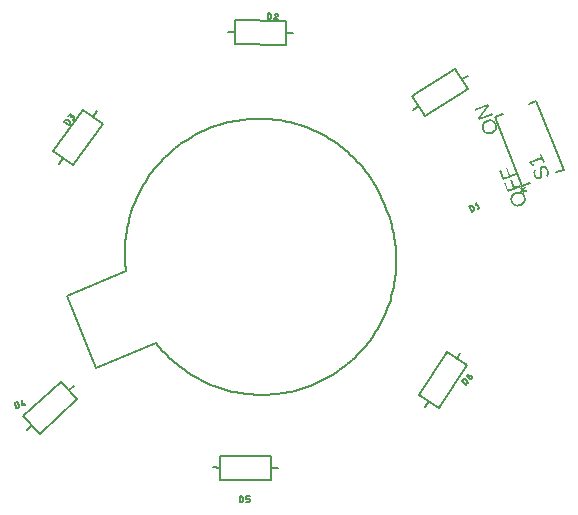
<source format=gbr>
G04 EAGLE Gerber RS-274X export*
G75*
%MOMM*%
%FSLAX34Y34*%
%LPD*%
%INSilkscreen Top*%
%IPPOS*%
%AMOC8*
5,1,8,0,0,1.08239X$1,22.5*%
G01*
G04 Define Apertures*
%ADD10C,0.127000*%
%ADD11C,0.152400*%
G36*
X222363Y54075D02*
X222373Y56594D01*
X219993Y55539D01*
X219555Y56647D01*
X221999Y57492D01*
X220309Y59310D01*
X221239Y60102D01*
X222742Y58041D01*
X224182Y60353D01*
X225152Y59616D01*
X223534Y57563D01*
X226122Y57118D01*
X225920Y55917D01*
X223291Y56656D01*
X223599Y54141D01*
X222363Y54075D01*
G37*
G36*
X193378Y104523D02*
X193079Y104534D01*
X192784Y104560D01*
X192494Y104602D01*
X191929Y104732D01*
X191383Y104924D01*
X190863Y105175D01*
X190615Y105322D01*
X190377Y105483D01*
X190146Y105657D01*
X189924Y105846D01*
X189711Y106049D01*
X189506Y106265D01*
X189309Y106496D01*
X189121Y106741D01*
X188942Y107000D01*
X188771Y107272D01*
X188608Y107559D01*
X188454Y107860D01*
X188308Y108175D01*
X188171Y108504D01*
X188011Y108939D01*
X187879Y109368D01*
X187775Y109791D01*
X187698Y110208D01*
X187648Y110619D01*
X187626Y111024D01*
X187632Y111424D01*
X187665Y111817D01*
X187725Y112202D01*
X187812Y112576D01*
X187927Y112939D01*
X188069Y113290D01*
X188238Y113631D01*
X188435Y113960D01*
X188659Y114278D01*
X188910Y114585D01*
X189186Y114879D01*
X189485Y115157D01*
X189809Y115420D01*
X190155Y115668D01*
X190525Y115901D01*
X190918Y116118D01*
X191335Y116320D01*
X191776Y116506D01*
X192223Y116671D01*
X192664Y116808D01*
X193101Y116919D01*
X193531Y117003D01*
X193957Y117059D01*
X194376Y117088D01*
X194791Y117091D01*
X195200Y117066D01*
X195599Y117015D01*
X195987Y116937D01*
X196363Y116832D01*
X196726Y116701D01*
X197078Y116544D01*
X197417Y116360D01*
X197743Y116150D01*
X198058Y115913D01*
X198358Y115652D01*
X198641Y115367D01*
X198908Y115058D01*
X199157Y114726D01*
X199389Y114370D01*
X199605Y113991D01*
X199804Y113589D01*
X199985Y113163D01*
X200146Y112724D01*
X200278Y112292D01*
X200382Y111866D01*
X200458Y111446D01*
X200505Y111032D01*
X200524Y110625D01*
X200514Y110224D01*
X200476Y109829D01*
X200410Y109443D01*
X200317Y109068D01*
X200196Y108704D01*
X200048Y108351D01*
X199872Y108010D01*
X199668Y107679D01*
X199437Y107359D01*
X199179Y107050D01*
X198896Y106755D01*
X198590Y106475D01*
X198262Y106211D01*
X197911Y105962D01*
X197538Y105728D01*
X197142Y105511D01*
X196724Y105308D01*
X196283Y105122D01*
X195941Y104993D01*
X195604Y104880D01*
X195272Y104783D01*
X194945Y104701D01*
X194622Y104634D01*
X194304Y104583D01*
X193990Y104548D01*
X193682Y104527D01*
X193378Y104523D01*
G37*
%LPC*%
G36*
X193152Y106195D02*
X193619Y106205D01*
X194103Y106261D01*
X194604Y106362D01*
X195122Y106509D01*
X195658Y106702D01*
X196176Y106927D01*
X196654Y107175D01*
X197090Y107446D01*
X197485Y107739D01*
X197839Y108056D01*
X198151Y108396D01*
X198422Y108759D01*
X198651Y109144D01*
X198835Y109547D01*
X198969Y109960D01*
X199053Y110384D01*
X199087Y110818D01*
X199071Y111264D01*
X199005Y111719D01*
X198889Y112186D01*
X198723Y112663D01*
X198513Y113138D01*
X198276Y113568D01*
X198012Y113955D01*
X197722Y114298D01*
X197404Y114596D01*
X197060Y114851D01*
X196688Y115061D01*
X196290Y115227D01*
X195869Y115349D01*
X195430Y115425D01*
X194972Y115455D01*
X194495Y115439D01*
X194000Y115377D01*
X193487Y115270D01*
X192955Y115117D01*
X192404Y114918D01*
X191890Y114695D01*
X191417Y114450D01*
X190987Y114183D01*
X190599Y113894D01*
X190252Y113582D01*
X189948Y113249D01*
X189685Y112893D01*
X189465Y112516D01*
X189290Y112121D01*
X189164Y111714D01*
X189088Y111294D01*
X189060Y110861D01*
X189082Y110416D01*
X189153Y109959D01*
X189272Y109489D01*
X189441Y109007D01*
X189650Y108536D01*
X189885Y108107D01*
X190146Y107722D01*
X190434Y107379D01*
X190749Y107080D01*
X191090Y106823D01*
X191458Y106609D01*
X191852Y106438D01*
X192269Y106312D01*
X192702Y106231D01*
X193152Y106195D01*
G37*
%LPD*%
G36*
X185239Y116408D02*
X184523Y118216D01*
X191904Y128316D01*
X190557Y127698D01*
X189630Y127303D01*
X182105Y124324D01*
X181551Y125724D01*
X193025Y130267D01*
X193766Y128394D01*
X186425Y118385D01*
X187199Y118738D01*
X188543Y119318D01*
X196165Y122335D01*
X196713Y120951D01*
X185239Y116408D01*
G37*
G36*
X217595Y43357D02*
X217296Y43367D01*
X217002Y43394D01*
X216712Y43436D01*
X216147Y43566D01*
X215600Y43758D01*
X215080Y44009D01*
X214833Y44156D01*
X214594Y44316D01*
X214364Y44491D01*
X214142Y44680D01*
X213928Y44882D01*
X213723Y45099D01*
X213527Y45330D01*
X213339Y45575D01*
X213159Y45833D01*
X212988Y46106D01*
X212825Y46393D01*
X212671Y46694D01*
X212526Y47009D01*
X212388Y47338D01*
X212229Y47772D01*
X212097Y48201D01*
X211992Y48624D01*
X211915Y49041D01*
X211866Y49453D01*
X211844Y49858D01*
X211849Y50257D01*
X211882Y50651D01*
X211942Y51036D01*
X212030Y51410D01*
X212145Y51772D01*
X212287Y52124D01*
X212456Y52464D01*
X212652Y52794D01*
X212876Y53112D01*
X213127Y53419D01*
X213403Y53712D01*
X213703Y53991D01*
X214026Y54254D01*
X214373Y54502D01*
X214743Y54734D01*
X215136Y54952D01*
X215553Y55153D01*
X215993Y55340D01*
X216440Y55505D01*
X216882Y55642D01*
X217318Y55753D01*
X217749Y55836D01*
X218174Y55893D01*
X218594Y55922D01*
X219008Y55924D01*
X219417Y55900D01*
X219817Y55848D01*
X220205Y55770D01*
X220580Y55666D01*
X220944Y55535D01*
X221295Y55378D01*
X221634Y55194D01*
X221961Y54984D01*
X222275Y54747D01*
X222576Y54485D01*
X222859Y54200D01*
X223125Y53892D01*
X223374Y53560D01*
X223607Y53204D01*
X223822Y52825D01*
X224021Y52422D01*
X224203Y51996D01*
X224364Y51558D01*
X224496Y51125D01*
X224600Y50699D01*
X224675Y50280D01*
X224723Y49866D01*
X224741Y49459D01*
X224732Y49058D01*
X224694Y48663D01*
X224628Y48277D01*
X224534Y47902D01*
X224413Y47538D01*
X224265Y47185D01*
X224089Y46843D01*
X223886Y46512D01*
X223655Y46193D01*
X223397Y45884D01*
X223113Y45589D01*
X222807Y45309D01*
X222479Y45044D01*
X222128Y44795D01*
X221755Y44562D01*
X221359Y44344D01*
X220941Y44142D01*
X220500Y43955D01*
X220159Y43827D01*
X219822Y43714D01*
X219490Y43616D01*
X219162Y43534D01*
X218839Y43468D01*
X218521Y43417D01*
X218208Y43381D01*
X217899Y43361D01*
X217595Y43357D01*
G37*
%LPC*%
G36*
X217369Y45029D02*
X217837Y45039D01*
X218321Y45095D01*
X218822Y45196D01*
X219340Y45343D01*
X219875Y45535D01*
X220394Y45760D01*
X220871Y46008D01*
X221308Y46279D01*
X221702Y46573D01*
X222056Y46890D01*
X222368Y47230D01*
X222639Y47593D01*
X222869Y47978D01*
X223053Y48381D01*
X223187Y48794D01*
X223271Y49218D01*
X223305Y49652D01*
X223289Y50097D01*
X223223Y50553D01*
X223107Y51020D01*
X222941Y51497D01*
X222730Y51971D01*
X222494Y52402D01*
X222230Y52789D01*
X221939Y53131D01*
X221621Y53430D01*
X221277Y53684D01*
X220906Y53895D01*
X220508Y54061D01*
X220087Y54183D01*
X219647Y54258D01*
X219189Y54288D01*
X218713Y54273D01*
X218218Y54211D01*
X217704Y54104D01*
X217172Y53951D01*
X216622Y53752D01*
X216107Y53529D01*
X215635Y53284D01*
X215204Y53017D01*
X214816Y52727D01*
X214470Y52416D01*
X214165Y52083D01*
X213903Y51727D01*
X213682Y51350D01*
X213508Y50955D01*
X213382Y50547D01*
X213305Y50127D01*
X213278Y49695D01*
X213299Y49250D01*
X213370Y48793D01*
X213490Y48323D01*
X213659Y47841D01*
X213867Y47369D01*
X214102Y46941D01*
X214364Y46556D01*
X214652Y46213D01*
X214966Y45914D01*
X215308Y45657D01*
X215675Y45443D01*
X216070Y45272D01*
X216486Y45145D01*
X216919Y45064D01*
X217369Y45029D01*
G37*
%LPD*%
G36*
X205419Y65440D02*
X202191Y73592D01*
X203462Y74095D01*
X206073Y67499D01*
X210341Y69188D01*
X207806Y75589D01*
X209093Y76098D01*
X211627Y69698D01*
X216277Y71539D01*
X216893Y69983D01*
X205419Y65440D01*
G37*
G36*
X209457Y55242D02*
X206229Y63393D01*
X207500Y63896D01*
X210111Y57300D01*
X214378Y58990D01*
X211844Y65391D01*
X213131Y65900D01*
X215665Y59499D01*
X220315Y61340D01*
X220931Y59785D01*
X209457Y55242D01*
G37*
G36*
X235673Y66302D02*
X235330Y66309D01*
X234994Y66359D01*
X234665Y66453D01*
X234343Y66591D01*
X234028Y66772D01*
X233723Y66995D01*
X233432Y67259D01*
X233153Y67562D01*
X232887Y67906D01*
X232634Y68290D01*
X232393Y68715D01*
X232166Y69180D01*
X231952Y69685D01*
X231773Y70163D01*
X231625Y70619D01*
X231507Y71055D01*
X231419Y71469D01*
X231360Y71861D01*
X231333Y72232D01*
X231335Y72582D01*
X231367Y72911D01*
X231431Y73224D01*
X231529Y73528D01*
X231662Y73824D01*
X231828Y74110D01*
X232028Y74388D01*
X232262Y74657D01*
X232531Y74917D01*
X232833Y75168D01*
X233708Y73743D01*
X233515Y73586D01*
X233344Y73420D01*
X233195Y73247D01*
X233066Y73065D01*
X232959Y72876D01*
X232873Y72678D01*
X232808Y72472D01*
X232765Y72258D01*
X232742Y72035D01*
X232739Y71799D01*
X232755Y71551D01*
X232791Y71291D01*
X232847Y71020D01*
X232922Y70736D01*
X233016Y70440D01*
X233131Y70133D01*
X233270Y69802D01*
X233416Y69497D01*
X233567Y69218D01*
X233725Y68965D01*
X233889Y68738D01*
X234059Y68537D01*
X234236Y68362D01*
X234419Y68212D01*
X234607Y68091D01*
X234800Y67997D01*
X234998Y67931D01*
X235202Y67894D01*
X235410Y67885D01*
X235624Y67904D01*
X235842Y67951D01*
X236066Y68026D01*
X236312Y68144D01*
X236521Y68288D01*
X236694Y68458D01*
X236830Y68654D01*
X236934Y68876D01*
X237014Y69123D01*
X237067Y69397D01*
X237095Y69696D01*
X237091Y70077D01*
X237049Y70594D01*
X236969Y71248D01*
X236851Y72039D01*
X236681Y73192D01*
X236616Y73761D01*
X236585Y74317D01*
X236591Y74858D01*
X236639Y75380D01*
X236684Y75632D01*
X236747Y75876D01*
X236829Y76111D01*
X236929Y76337D01*
X237050Y76554D01*
X237192Y76761D01*
X237357Y76956D01*
X237543Y77141D01*
X237755Y77314D01*
X237996Y77472D01*
X238266Y77617D01*
X238565Y77748D01*
X238959Y77882D01*
X239345Y77967D01*
X239725Y78005D01*
X240097Y77996D01*
X240462Y77938D01*
X240821Y77833D01*
X241172Y77681D01*
X241516Y77480D01*
X241850Y77235D01*
X242169Y76947D01*
X242473Y76616D01*
X242762Y76244D01*
X243037Y75828D01*
X243297Y75370D01*
X243542Y74870D01*
X243773Y74327D01*
X243963Y73813D01*
X244120Y73316D01*
X244244Y72838D01*
X244333Y72379D01*
X244389Y71938D01*
X244412Y71516D01*
X244400Y71112D01*
X244355Y70727D01*
X244276Y70360D01*
X244164Y70012D01*
X244018Y69682D01*
X243838Y69371D01*
X243625Y69078D01*
X243377Y68804D01*
X243097Y68549D01*
X242782Y68312D01*
X241884Y69699D01*
X242105Y69872D01*
X242301Y70057D01*
X242473Y70253D01*
X242620Y70461D01*
X242743Y70680D01*
X242841Y70911D01*
X242915Y71154D01*
X242965Y71408D01*
X242990Y71674D01*
X242994Y71953D01*
X242974Y72246D01*
X242932Y72551D01*
X242867Y72870D01*
X242780Y73201D01*
X242670Y73546D01*
X242537Y73904D01*
X242384Y74267D01*
X242223Y74602D01*
X242055Y74908D01*
X241879Y75187D01*
X241695Y75439D01*
X241504Y75662D01*
X241305Y75857D01*
X241099Y76024D01*
X240886Y76162D01*
X240668Y76268D01*
X240446Y76343D01*
X240218Y76385D01*
X239985Y76397D01*
X239747Y76377D01*
X239504Y76325D01*
X239256Y76241D01*
X238995Y76119D01*
X238773Y75976D01*
X238590Y75811D01*
X238446Y75624D01*
X238334Y75416D01*
X238248Y75189D01*
X238188Y74941D01*
X238153Y74674D01*
X238140Y74388D01*
X238145Y74082D01*
X238168Y73758D01*
X238209Y73415D01*
X238439Y71858D01*
X238541Y71159D01*
X238611Y70542D01*
X238649Y70008D01*
X238654Y69555D01*
X238631Y69160D01*
X238585Y68799D01*
X238515Y68471D01*
X238422Y68177D01*
X238305Y67909D01*
X238162Y67659D01*
X237994Y67426D01*
X237801Y67211D01*
X237581Y67015D01*
X237332Y66838D01*
X237054Y66681D01*
X236747Y66544D01*
X236382Y66420D01*
X236024Y66339D01*
X235673Y66302D01*
G37*
G36*
X231184Y77572D02*
X228245Y79545D01*
X227710Y80897D01*
X237938Y84947D01*
X236833Y87740D01*
X238078Y88233D01*
X240925Y81043D01*
X239680Y80549D01*
X238522Y83473D01*
X229694Y79978D01*
X232568Y78120D01*
X231184Y77572D01*
G37*
D10*
X-88270Y-72303D02*
X-86525Y-74482D01*
X-84726Y-76618D01*
X-82876Y-78708D01*
X-80975Y-80753D01*
X-79024Y-82750D01*
X-77025Y-84699D01*
X-74978Y-86599D01*
X-72886Y-88447D01*
X-70749Y-90244D01*
X-68569Y-91988D01*
X-66346Y-93678D01*
X-64083Y-95312D01*
X-61780Y-96891D01*
X-59440Y-98413D01*
X-57062Y-99877D01*
X-54650Y-101283D01*
X-52204Y-102628D01*
X-49725Y-103914D01*
X-47216Y-105138D01*
X-44678Y-106300D01*
X-42111Y-107400D01*
X-39519Y-108436D01*
X-36902Y-109408D01*
X-34262Y-110317D01*
X-31600Y-111160D01*
X-28918Y-111937D01*
X-26219Y-112649D01*
X-23502Y-113294D01*
X-20771Y-113872D01*
X-18026Y-114383D01*
X-15270Y-114827D01*
X-12503Y-115203D01*
X-9728Y-115511D01*
X-6947Y-115751D01*
X-4160Y-115922D01*
X-1370Y-116025D01*
X1422Y-116060D01*
X4214Y-116026D01*
X7004Y-115924D01*
X9790Y-115753D01*
X12572Y-115515D01*
X15347Y-115208D01*
X18114Y-114833D01*
X20870Y-114390D01*
X23615Y-113880D01*
X26347Y-113302D01*
X29063Y-112658D01*
X31763Y-111948D01*
X34445Y-111171D01*
X37107Y-110329D01*
X39748Y-109422D01*
X42365Y-108451D01*
X44958Y-107415D01*
X47525Y-106316D01*
X50064Y-105155D01*
X52573Y-103932D01*
X55052Y-102647D01*
X57499Y-101302D01*
X59912Y-99898D01*
X62290Y-98435D01*
X64631Y-96914D01*
X66934Y-95336D01*
X69198Y-93702D01*
X71421Y-92013D01*
X73602Y-90270D01*
X75740Y-88474D01*
X77833Y-86626D01*
X79879Y-84727D01*
X81879Y-82779D01*
X83831Y-80782D01*
X85733Y-78738D01*
X87584Y-76648D01*
X89383Y-74513D01*
X91130Y-72335D01*
X92822Y-70115D01*
X94460Y-67853D01*
X96041Y-65553D01*
X97566Y-63214D01*
X99033Y-60838D01*
X100441Y-58428D01*
X101790Y-55983D01*
X103078Y-53506D01*
X104305Y-50998D01*
X105471Y-48461D01*
X106574Y-45896D01*
X107613Y-43305D01*
X108589Y-40689D01*
X109500Y-38050D01*
X110346Y-35390D01*
X111127Y-32709D01*
X111842Y-30010D01*
X112490Y-27294D01*
X113072Y-24564D01*
X113586Y-21820D01*
X114033Y-19064D01*
X114413Y-16298D01*
X114724Y-13523D01*
X114967Y-10742D01*
X115142Y-7955D01*
X115249Y-5165D01*
X115287Y-2374D01*
X115257Y418D01*
X115158Y3208D01*
X114991Y5995D01*
X114755Y8777D01*
X114451Y11552D01*
X114080Y14320D01*
X113641Y17077D01*
X113134Y19822D01*
X112560Y22555D01*
X111919Y25272D01*
X111212Y27973D01*
X110438Y30656D01*
X109600Y33319D01*
X108696Y35960D01*
X107727Y38579D01*
X106695Y41173D01*
X105599Y43741D01*
X105600Y43741D02*
X104592Y46340D01*
X103520Y48913D01*
X102386Y51460D01*
X101189Y53978D01*
X99931Y56465D01*
X98613Y58922D01*
X97235Y61345D01*
X95797Y63733D01*
X94302Y66086D01*
X92749Y68401D01*
X91140Y70677D01*
X89476Y72914D01*
X87758Y75109D01*
X85986Y77261D01*
X84162Y79369D01*
X82286Y81431D01*
X80361Y83447D01*
X78387Y85415D01*
X76365Y87335D01*
X74297Y89204D01*
X72183Y91021D01*
X70026Y92787D01*
X67826Y94499D01*
X65585Y96156D01*
X63303Y97758D01*
X60984Y99304D01*
X58626Y100792D01*
X56234Y102222D01*
X53806Y103593D01*
X51346Y104904D01*
X48855Y106155D01*
X46333Y107343D01*
X43783Y108470D01*
X41207Y109534D01*
X38605Y110534D01*
X35979Y111470D01*
X33331Y112342D01*
X30663Y113148D01*
X27975Y113889D01*
X25270Y114563D01*
X22550Y115171D01*
X19815Y115713D01*
X17068Y116187D01*
X14310Y116593D01*
X11543Y116932D01*
X8769Y117202D01*
X5989Y117405D01*
X3204Y117539D01*
X417Y117606D01*
X-2370Y117603D01*
X-5157Y117533D01*
X-7941Y117394D01*
X-10721Y117187D01*
X-13495Y116911D01*
X-16261Y116568D01*
X-19019Y116157D01*
X-21765Y115679D01*
X-24499Y115133D01*
X-27218Y114521D01*
X-29922Y113842D01*
X-32608Y113097D01*
X-35275Y112286D01*
X-37922Y111410D01*
X-40546Y110470D01*
X-43146Y109465D01*
X-45721Y108397D01*
X-48269Y107267D01*
X-50789Y106074D01*
X-53278Y104819D01*
X-55736Y103504D01*
X-58161Y102129D01*
X-60552Y100695D01*
X-62906Y99203D01*
X-65224Y97654D01*
X-67503Y96048D01*
X-69741Y94387D01*
X-71938Y92671D01*
X-74093Y90903D01*
X-76203Y89081D01*
X-78269Y87209D01*
X-80287Y85286D01*
X-82258Y83315D01*
X-84180Y81296D01*
X-86052Y79230D01*
X-87873Y77119D01*
X-89641Y74964D01*
X-91356Y72767D01*
X-93017Y70528D01*
X-94622Y68249D01*
X-96171Y65931D01*
X-97662Y63576D01*
X-99096Y61185D01*
X-100470Y58760D01*
X-101785Y56301D01*
X-103038Y53812D01*
X-104231Y51292D01*
X-105361Y48744D01*
X-106428Y46168D01*
X-107432Y43568D01*
X-108372Y40943D01*
X-109247Y38297D01*
X-110057Y35629D01*
X-110802Y32943D01*
X-111480Y30239D01*
X-112092Y27519D01*
X-112637Y24786D01*
X-113115Y22039D01*
X-113525Y19282D01*
X-113867Y16515D01*
X-114142Y13741D01*
X-114348Y10961D01*
X-114487Y8177D01*
X-114557Y5390D01*
X-114558Y2603D01*
X-114491Y-184D01*
X-114356Y-2968D01*
X-114153Y-5749D01*
X-113882Y-8523D01*
X-113542Y-11290D01*
X-163988Y-32207D01*
X-138731Y-93183D01*
X-88270Y-72303D01*
X176777Y43422D02*
X178930Y39103D01*
X176777Y43422D02*
X177977Y44020D01*
X177977Y44021D02*
X178040Y44051D01*
X178105Y44077D01*
X178172Y44100D01*
X178239Y44119D01*
X178308Y44135D01*
X178377Y44147D01*
X178446Y44156D01*
X178517Y44161D01*
X178587Y44162D01*
X178657Y44159D01*
X178727Y44153D01*
X178796Y44144D01*
X178865Y44130D01*
X178933Y44113D01*
X179001Y44093D01*
X179066Y44069D01*
X179131Y44041D01*
X179194Y44010D01*
X179256Y43976D01*
X179315Y43939D01*
X179373Y43899D01*
X179428Y43856D01*
X179481Y43810D01*
X179531Y43761D01*
X179579Y43710D01*
X179624Y43656D01*
X179667Y43600D01*
X179706Y43541D01*
X179742Y43481D01*
X179775Y43419D01*
X179774Y43419D02*
X180731Y41499D01*
X180732Y41499D02*
X180762Y41436D01*
X180788Y41371D01*
X180811Y41304D01*
X180830Y41237D01*
X180846Y41168D01*
X180858Y41099D01*
X180867Y41030D01*
X180872Y40959D01*
X180873Y40889D01*
X180870Y40819D01*
X180864Y40749D01*
X180855Y40680D01*
X180841Y40611D01*
X180824Y40543D01*
X180804Y40475D01*
X180780Y40410D01*
X180752Y40345D01*
X180721Y40282D01*
X180687Y40220D01*
X180650Y40161D01*
X180610Y40103D01*
X180567Y40048D01*
X180521Y39995D01*
X180472Y39945D01*
X180421Y39897D01*
X180367Y39852D01*
X180311Y39809D01*
X180252Y39770D01*
X180192Y39734D01*
X180130Y39701D01*
X178930Y39103D01*
X182329Y44992D02*
X183050Y46550D01*
X185203Y42231D01*
X184004Y41633D02*
X186403Y42829D01*
X6334Y202224D02*
X6603Y207043D01*
X7941Y206968D01*
X7942Y206969D02*
X8014Y206963D01*
X8086Y206953D01*
X8157Y206939D01*
X8228Y206922D01*
X8297Y206900D01*
X8365Y206875D01*
X8432Y206846D01*
X8497Y206814D01*
X8560Y206778D01*
X8621Y206739D01*
X8680Y206696D01*
X8737Y206651D01*
X8791Y206602D01*
X8842Y206551D01*
X8891Y206496D01*
X8936Y206440D01*
X8978Y206381D01*
X9017Y206319D01*
X9053Y206256D01*
X9085Y206191D01*
X9114Y206124D01*
X9139Y206056D01*
X9160Y205987D01*
X9177Y205916D01*
X9191Y205845D01*
X9200Y205773D01*
X9206Y205700D01*
X9208Y205628D01*
X9206Y205555D01*
X9205Y205555D02*
X9085Y203413D01*
X9086Y203413D02*
X9080Y203341D01*
X9070Y203269D01*
X9056Y203198D01*
X9039Y203127D01*
X9017Y203058D01*
X8992Y202990D01*
X8963Y202923D01*
X8931Y202858D01*
X8895Y202795D01*
X8856Y202734D01*
X8813Y202675D01*
X8768Y202618D01*
X8719Y202564D01*
X8668Y202513D01*
X8613Y202464D01*
X8557Y202419D01*
X8498Y202377D01*
X8436Y202338D01*
X8373Y202302D01*
X8308Y202270D01*
X8241Y202241D01*
X8173Y202216D01*
X8104Y202195D01*
X8033Y202178D01*
X7962Y202164D01*
X7890Y202155D01*
X7817Y202149D01*
X7745Y202147D01*
X7672Y202149D01*
X7672Y202150D02*
X6334Y202224D01*
X13735Y206644D02*
X13803Y206638D01*
X13870Y206629D01*
X13936Y206616D01*
X14002Y206599D01*
X14066Y206578D01*
X14130Y206554D01*
X14191Y206527D01*
X14252Y206496D01*
X14310Y206461D01*
X14366Y206424D01*
X14420Y206383D01*
X14472Y206339D01*
X14521Y206293D01*
X14568Y206243D01*
X14611Y206192D01*
X14652Y206138D01*
X14690Y206081D01*
X14724Y206023D01*
X14755Y205963D01*
X14783Y205901D01*
X14807Y205838D01*
X14828Y205773D01*
X14845Y205708D01*
X14858Y205641D01*
X14867Y205574D01*
X14873Y205507D01*
X14875Y205439D01*
X14873Y205372D01*
X13736Y206645D02*
X13658Y206647D01*
X13580Y206645D01*
X13502Y206640D01*
X13425Y206631D01*
X13348Y206617D01*
X13272Y206600D01*
X13196Y206579D01*
X13123Y206555D01*
X13050Y206527D01*
X12979Y206495D01*
X12909Y206459D01*
X12842Y206420D01*
X12776Y206378D01*
X12713Y206332D01*
X12652Y206284D01*
X12594Y206232D01*
X12538Y206178D01*
X12485Y206120D01*
X12435Y206061D01*
X12388Y205998D01*
X12344Y205934D01*
X12304Y205867D01*
X12267Y205798D01*
X12233Y205728D01*
X12203Y205656D01*
X14419Y204457D02*
X14471Y204504D01*
X14521Y204553D01*
X14567Y204606D01*
X14611Y204660D01*
X14652Y204717D01*
X14689Y204776D01*
X14724Y204837D01*
X14755Y204899D01*
X14783Y204964D01*
X14807Y205029D01*
X14827Y205096D01*
X14844Y205164D01*
X14858Y205233D01*
X14867Y205302D01*
X14873Y205372D01*
X14419Y204458D02*
X11994Y201908D01*
X14671Y201758D01*
X-161998Y112221D02*
X-165807Y115185D01*
X-164983Y116243D01*
X-164983Y116244D02*
X-164937Y116300D01*
X-164888Y116353D01*
X-164836Y116404D01*
X-164781Y116452D01*
X-164724Y116497D01*
X-164665Y116538D01*
X-164603Y116577D01*
X-164539Y116612D01*
X-164474Y116643D01*
X-164407Y116671D01*
X-164339Y116696D01*
X-164269Y116716D01*
X-164198Y116733D01*
X-164127Y116746D01*
X-164055Y116755D01*
X-163982Y116760D01*
X-163910Y116761D01*
X-163837Y116758D01*
X-163765Y116751D01*
X-163693Y116741D01*
X-163622Y116726D01*
X-163551Y116708D01*
X-163482Y116686D01*
X-163414Y116660D01*
X-163348Y116631D01*
X-163283Y116598D01*
X-163221Y116561D01*
X-163160Y116521D01*
X-163101Y116478D01*
X-163102Y116478D02*
X-161409Y115160D01*
X-161355Y115116D01*
X-161303Y115068D01*
X-161254Y115018D01*
X-161207Y114966D01*
X-161163Y114911D01*
X-161123Y114854D01*
X-161085Y114795D01*
X-161050Y114734D01*
X-161019Y114671D01*
X-160991Y114606D01*
X-160966Y114541D01*
X-160945Y114474D01*
X-160927Y114406D01*
X-160913Y114337D01*
X-160902Y114268D01*
X-160895Y114198D01*
X-160892Y114128D01*
X-160893Y114058D01*
X-160897Y113987D01*
X-160905Y113918D01*
X-160916Y113848D01*
X-160931Y113780D01*
X-160950Y113712D01*
X-160972Y113646D01*
X-160998Y113580D01*
X-161027Y113516D01*
X-161059Y113454D01*
X-161095Y113393D01*
X-161133Y113335D01*
X-161175Y113278D01*
X-161175Y113279D02*
X-161998Y112221D01*
X-158516Y116694D02*
X-157692Y117752D01*
X-157649Y117810D01*
X-157610Y117869D01*
X-157574Y117931D01*
X-157542Y117995D01*
X-157512Y118060D01*
X-157487Y118126D01*
X-157465Y118194D01*
X-157446Y118263D01*
X-157431Y118333D01*
X-157420Y118403D01*
X-157413Y118475D01*
X-157409Y118546D01*
X-157410Y118617D01*
X-157414Y118688D01*
X-157422Y118759D01*
X-157433Y118830D01*
X-157449Y118900D01*
X-157468Y118968D01*
X-157490Y119036D01*
X-157517Y119102D01*
X-157546Y119167D01*
X-157580Y119231D01*
X-157616Y119292D01*
X-157656Y119351D01*
X-157699Y119408D01*
X-157744Y119463D01*
X-157793Y119515D01*
X-157844Y119565D01*
X-157898Y119612D01*
X-157955Y119656D01*
X-158013Y119697D01*
X-158074Y119734D01*
X-158137Y119768D01*
X-158201Y119799D01*
X-158267Y119827D01*
X-158334Y119851D01*
X-158403Y119871D01*
X-158472Y119888D01*
X-158542Y119901D01*
X-158613Y119910D01*
X-158684Y119915D01*
X-158756Y119917D01*
X-158827Y119915D01*
X-158898Y119909D01*
X-158969Y119899D01*
X-159039Y119886D01*
X-159108Y119868D01*
X-159176Y119847D01*
X-159243Y119823D01*
X-159309Y119795D01*
X-159373Y119763D01*
X-159436Y119729D01*
X-159496Y119690D01*
X-159554Y119649D01*
X-159610Y119605D01*
X-159664Y119558D01*
X-159715Y119508D01*
X-159763Y119455D01*
X-159808Y119400D01*
X-161336Y120928D02*
X-162324Y119659D01*
X-161337Y120928D02*
X-161295Y120978D01*
X-161251Y121025D01*
X-161204Y121070D01*
X-161154Y121112D01*
X-161102Y121150D01*
X-161048Y121186D01*
X-160992Y121218D01*
X-160933Y121246D01*
X-160874Y121271D01*
X-160812Y121292D01*
X-160750Y121310D01*
X-160687Y121324D01*
X-160623Y121334D01*
X-160558Y121340D01*
X-160493Y121342D01*
X-160429Y121340D01*
X-160364Y121335D01*
X-160300Y121325D01*
X-160236Y121312D01*
X-160174Y121294D01*
X-160113Y121273D01*
X-160053Y121249D01*
X-159994Y121221D01*
X-159938Y121189D01*
X-159883Y121154D01*
X-159831Y121116D01*
X-159781Y121074D01*
X-159734Y121030D01*
X-159689Y120983D01*
X-159647Y120933D01*
X-159609Y120881D01*
X-159573Y120827D01*
X-159541Y120771D01*
X-159513Y120712D01*
X-159488Y120653D01*
X-159467Y120591D01*
X-159449Y120529D01*
X-159435Y120466D01*
X-159425Y120402D01*
X-159419Y120337D01*
X-159417Y120272D01*
X-159419Y120208D01*
X-159424Y120143D01*
X-159434Y120079D01*
X-159447Y120015D01*
X-159465Y119953D01*
X-159486Y119892D01*
X-159510Y119832D01*
X-159538Y119773D01*
X-159570Y119717D01*
X-159605Y119662D01*
X-159643Y119610D01*
X-159643Y119611D02*
X-160302Y118764D01*
X-208009Y-122789D02*
X-206358Y-127324D01*
X-208009Y-122789D02*
X-206749Y-122330D01*
X-206680Y-122307D01*
X-206610Y-122288D01*
X-206539Y-122272D01*
X-206467Y-122261D01*
X-206395Y-122253D01*
X-206322Y-122249D01*
X-206250Y-122250D01*
X-206177Y-122254D01*
X-206105Y-122262D01*
X-206033Y-122274D01*
X-205962Y-122290D01*
X-205893Y-122309D01*
X-205824Y-122333D01*
X-205756Y-122360D01*
X-205691Y-122390D01*
X-205627Y-122425D01*
X-205564Y-122462D01*
X-205504Y-122503D01*
X-205447Y-122547D01*
X-205391Y-122595D01*
X-205339Y-122645D01*
X-205289Y-122698D01*
X-205242Y-122753D01*
X-205199Y-122811D01*
X-205158Y-122871D01*
X-205121Y-122934D01*
X-205087Y-122998D01*
X-205057Y-123064D01*
X-205030Y-123131D01*
X-205031Y-123131D02*
X-204297Y-125147D01*
X-204297Y-125146D02*
X-204275Y-125213D01*
X-204256Y-125281D01*
X-204241Y-125349D01*
X-204229Y-125418D01*
X-204221Y-125488D01*
X-204217Y-125558D01*
X-204216Y-125628D01*
X-204219Y-125699D01*
X-204226Y-125768D01*
X-204236Y-125838D01*
X-204250Y-125907D01*
X-204268Y-125975D01*
X-204289Y-126042D01*
X-204314Y-126107D01*
X-204342Y-126172D01*
X-204373Y-126235D01*
X-204408Y-126296D01*
X-204445Y-126355D01*
X-204486Y-126412D01*
X-204530Y-126467D01*
X-204576Y-126520D01*
X-204625Y-126570D01*
X-204677Y-126617D01*
X-204731Y-126662D01*
X-204788Y-126704D01*
X-204846Y-126742D01*
X-204907Y-126778D01*
X-204969Y-126810D01*
X-205033Y-126839D01*
X-205098Y-126865D01*
X-206358Y-127324D01*
X-201397Y-124377D02*
X-201673Y-120483D01*
X-201397Y-124377D02*
X-198878Y-123460D01*
X-199267Y-124743D02*
X-200001Y-122727D01*
X-17356Y-201984D02*
X-17297Y-206810D01*
X-17356Y-201984D02*
X-16015Y-201968D01*
X-16015Y-201967D02*
X-15945Y-201968D01*
X-15875Y-201973D01*
X-15805Y-201981D01*
X-15736Y-201993D01*
X-15668Y-202009D01*
X-15600Y-202028D01*
X-15534Y-202050D01*
X-15469Y-202076D01*
X-15405Y-202106D01*
X-15343Y-202139D01*
X-15282Y-202175D01*
X-15224Y-202214D01*
X-15168Y-202256D01*
X-15114Y-202301D01*
X-15062Y-202348D01*
X-15013Y-202399D01*
X-14967Y-202451D01*
X-14924Y-202507D01*
X-14883Y-202564D01*
X-14846Y-202623D01*
X-14812Y-202685D01*
X-14781Y-202748D01*
X-14753Y-202812D01*
X-14729Y-202878D01*
X-14708Y-202945D01*
X-14691Y-203013D01*
X-14677Y-203082D01*
X-14667Y-203152D01*
X-14661Y-203222D01*
X-14658Y-203292D01*
X-14659Y-203292D02*
X-14632Y-205436D01*
X-14633Y-205437D02*
X-14634Y-205507D01*
X-14639Y-205577D01*
X-14647Y-205646D01*
X-14659Y-205716D01*
X-14675Y-205784D01*
X-14694Y-205852D01*
X-14716Y-205918D01*
X-14742Y-205983D01*
X-14772Y-206047D01*
X-14804Y-206109D01*
X-14840Y-206169D01*
X-14879Y-206227D01*
X-14921Y-206284D01*
X-14966Y-206337D01*
X-15014Y-206389D01*
X-15064Y-206438D01*
X-15117Y-206484D01*
X-15172Y-206527D01*
X-15230Y-206568D01*
X-15289Y-206605D01*
X-15350Y-206639D01*
X-15413Y-206670D01*
X-15478Y-206698D01*
X-15543Y-206722D01*
X-15610Y-206743D01*
X-15678Y-206760D01*
X-15747Y-206774D01*
X-15817Y-206784D01*
X-15887Y-206790D01*
X-15957Y-206793D01*
X-15956Y-206793D02*
X-17297Y-206810D01*
X-11628Y-206740D02*
X-10019Y-206721D01*
X-10020Y-206720D02*
X-9955Y-206717D01*
X-9891Y-206711D01*
X-9827Y-206700D01*
X-9764Y-206686D01*
X-9702Y-206667D01*
X-9641Y-206646D01*
X-9581Y-206620D01*
X-9523Y-206591D01*
X-9467Y-206559D01*
X-9413Y-206523D01*
X-9362Y-206484D01*
X-9312Y-206442D01*
X-9266Y-206397D01*
X-9222Y-206349D01*
X-9181Y-206299D01*
X-9143Y-206246D01*
X-9109Y-206191D01*
X-9078Y-206135D01*
X-9050Y-206076D01*
X-9026Y-206016D01*
X-9006Y-205954D01*
X-8989Y-205892D01*
X-8976Y-205828D01*
X-8967Y-205764D01*
X-8962Y-205700D01*
X-8961Y-205635D01*
X-8960Y-205635D02*
X-8967Y-205099D01*
X-8970Y-205034D01*
X-8976Y-204970D01*
X-8987Y-204906D01*
X-9001Y-204843D01*
X-9020Y-204781D01*
X-9041Y-204720D01*
X-9067Y-204660D01*
X-9096Y-204602D01*
X-9128Y-204546D01*
X-9164Y-204492D01*
X-9203Y-204441D01*
X-9245Y-204391D01*
X-9290Y-204345D01*
X-9338Y-204301D01*
X-9388Y-204260D01*
X-9441Y-204222D01*
X-9496Y-204188D01*
X-9552Y-204157D01*
X-9611Y-204129D01*
X-9671Y-204105D01*
X-9733Y-204085D01*
X-9795Y-204068D01*
X-9859Y-204055D01*
X-9923Y-204046D01*
X-9987Y-204041D01*
X-10052Y-204040D01*
X-11661Y-204059D01*
X-11687Y-201915D01*
X-9006Y-201882D01*
X170827Y-104209D02*
X174459Y-107387D01*
X170827Y-104209D02*
X171710Y-103200D01*
X171758Y-103148D01*
X171808Y-103099D01*
X171861Y-103053D01*
X171916Y-103009D01*
X171973Y-102969D01*
X172032Y-102931D01*
X172094Y-102897D01*
X172157Y-102866D01*
X172221Y-102838D01*
X172287Y-102814D01*
X172354Y-102793D01*
X172422Y-102775D01*
X172491Y-102762D01*
X172560Y-102751D01*
X172630Y-102745D01*
X172700Y-102742D01*
X172770Y-102743D01*
X172841Y-102748D01*
X172910Y-102756D01*
X172979Y-102768D01*
X173048Y-102783D01*
X173116Y-102802D01*
X173182Y-102824D01*
X173247Y-102850D01*
X173311Y-102880D01*
X173373Y-102912D01*
X173434Y-102948D01*
X173492Y-102987D01*
X173548Y-103029D01*
X173602Y-103074D01*
X175216Y-104487D01*
X175268Y-104535D01*
X175317Y-104585D01*
X175363Y-104638D01*
X175407Y-104693D01*
X175447Y-104750D01*
X175485Y-104809D01*
X175519Y-104871D01*
X175550Y-104934D01*
X175578Y-104998D01*
X175602Y-105064D01*
X175623Y-105131D01*
X175641Y-105199D01*
X175654Y-105268D01*
X175665Y-105337D01*
X175671Y-105407D01*
X175674Y-105477D01*
X175673Y-105548D01*
X175668Y-105618D01*
X175660Y-105687D01*
X175648Y-105757D01*
X175633Y-105825D01*
X175614Y-105893D01*
X175592Y-105959D01*
X175566Y-106024D01*
X175536Y-106088D01*
X175504Y-106150D01*
X175468Y-106211D01*
X175429Y-106269D01*
X175387Y-106325D01*
X175342Y-106379D01*
X175341Y-106379D02*
X174459Y-107387D01*
X176175Y-101356D02*
X177235Y-100145D01*
X177235Y-100146D02*
X177280Y-100098D01*
X177326Y-100054D01*
X177376Y-100012D01*
X177428Y-99973D01*
X177482Y-99938D01*
X177538Y-99906D01*
X177596Y-99877D01*
X177656Y-99852D01*
X177717Y-99830D01*
X177779Y-99813D01*
X177843Y-99799D01*
X177907Y-99789D01*
X177971Y-99782D01*
X178036Y-99780D01*
X178100Y-99782D01*
X178165Y-99787D01*
X178229Y-99796D01*
X178292Y-99810D01*
X178355Y-99827D01*
X178416Y-99847D01*
X178476Y-99872D01*
X178535Y-99900D01*
X178591Y-99931D01*
X178646Y-99966D01*
X178698Y-100004D01*
X178748Y-100045D01*
X178950Y-100222D01*
X178950Y-100221D02*
X179003Y-100269D01*
X179053Y-100321D01*
X179100Y-100374D01*
X179144Y-100431D01*
X179185Y-100489D01*
X179223Y-100549D01*
X179257Y-100612D01*
X179288Y-100676D01*
X179316Y-100742D01*
X179340Y-100809D01*
X179361Y-100877D01*
X179378Y-100947D01*
X179391Y-101017D01*
X179400Y-101088D01*
X179406Y-101159D01*
X179408Y-101230D01*
X179406Y-101302D01*
X179400Y-101373D01*
X179391Y-101444D01*
X179378Y-101514D01*
X179361Y-101583D01*
X179340Y-101651D01*
X179316Y-101719D01*
X179288Y-101784D01*
X179257Y-101849D01*
X179222Y-101911D01*
X179184Y-101972D01*
X179143Y-102030D01*
X179099Y-102086D01*
X179052Y-102140D01*
X179002Y-102191D01*
X178950Y-102239D01*
X178895Y-102285D01*
X178838Y-102328D01*
X178778Y-102367D01*
X178717Y-102403D01*
X178653Y-102436D01*
X178588Y-102466D01*
X178522Y-102492D01*
X178454Y-102514D01*
X178385Y-102533D01*
X178315Y-102548D01*
X178245Y-102559D01*
X178174Y-102567D01*
X178102Y-102571D01*
X178031Y-102571D01*
X177960Y-102567D01*
X177889Y-102559D01*
X177818Y-102548D01*
X177748Y-102533D01*
X177680Y-102514D01*
X177612Y-102491D01*
X177545Y-102465D01*
X177480Y-102436D01*
X177417Y-102403D01*
X177355Y-102367D01*
X177296Y-102327D01*
X177239Y-102285D01*
X177184Y-102239D01*
X176175Y-101356D01*
X176108Y-101294D01*
X176043Y-101230D01*
X175982Y-101163D01*
X175923Y-101094D01*
X175867Y-101022D01*
X175814Y-100948D01*
X175764Y-100871D01*
X175718Y-100793D01*
X175675Y-100713D01*
X175636Y-100631D01*
X175600Y-100547D01*
X175567Y-100462D01*
X175539Y-100376D01*
X175514Y-100288D01*
X175492Y-100199D01*
X175475Y-100110D01*
X175461Y-100020D01*
X175451Y-99930D01*
X175445Y-99839D01*
X175443Y-99748D01*
X175445Y-99657D01*
X175450Y-99566D01*
X175460Y-99475D01*
X175473Y-99385D01*
X175490Y-99296D01*
X175511Y-99207D01*
X175535Y-99119D01*
X175564Y-99033D01*
X175596Y-98948D01*
X175631Y-98864D01*
X175670Y-98781D01*
X175713Y-98701D01*
X175758Y-98622D01*
X175808Y-98546D01*
X175860Y-98471D01*
X175916Y-98399D01*
X175974Y-98329D01*
X139531Y119601D02*
X128714Y136779D01*
X139531Y119601D02*
X176086Y142621D01*
X165269Y159799D01*
X128714Y136779D01*
X134122Y128190D02*
X129248Y125121D01*
X170678Y151210D02*
X175552Y154279D01*
X-21740Y180653D02*
X-21456Y200951D01*
X-21740Y180653D02*
X21456Y180049D01*
X21740Y200347D01*
X-21456Y200951D01*
X-21598Y190802D02*
X-27357Y190882D01*
X21598Y190198D02*
X27357Y190118D01*
X-158641Y78128D02*
X-175147Y89946D01*
X-158641Y78128D02*
X-133493Y113254D01*
X-149999Y125072D01*
X-175147Y89946D01*
X-166894Y84037D02*
X-170247Y79354D01*
X-141746Y119163D02*
X-138393Y123846D01*
X-168886Y-104861D02*
X-155068Y-119732D01*
X-168886Y-104861D02*
X-200532Y-134268D01*
X-186714Y-149139D01*
X-155068Y-119732D01*
X-161977Y-112296D02*
X-157758Y-108375D01*
X-193623Y-141704D02*
X-197842Y-145625D01*
X8970Y-167801D02*
X8829Y-188101D01*
X8970Y-167801D02*
X-34229Y-167499D01*
X-34370Y-187799D01*
X8829Y-188101D01*
X8899Y-177951D02*
X14659Y-177991D01*
X-34299Y-177649D02*
X-40059Y-177609D01*
X157859Y-79798D02*
X174826Y-90944D01*
X157859Y-79798D02*
X134142Y-115905D01*
X151109Y-127050D01*
X174826Y-90944D01*
X166343Y-85371D02*
X169505Y-80557D01*
X142625Y-121478D02*
X139463Y-126292D01*
D11*
X256845Y74642D02*
X233844Y132738D01*
X227467Y130214D01*
X198891Y118900D02*
X221893Y60804D01*
X228034Y63235D01*
X250705Y72211D02*
X256845Y74642D01*
X205268Y121425D02*
X198891Y118900D01*
M02*

</source>
